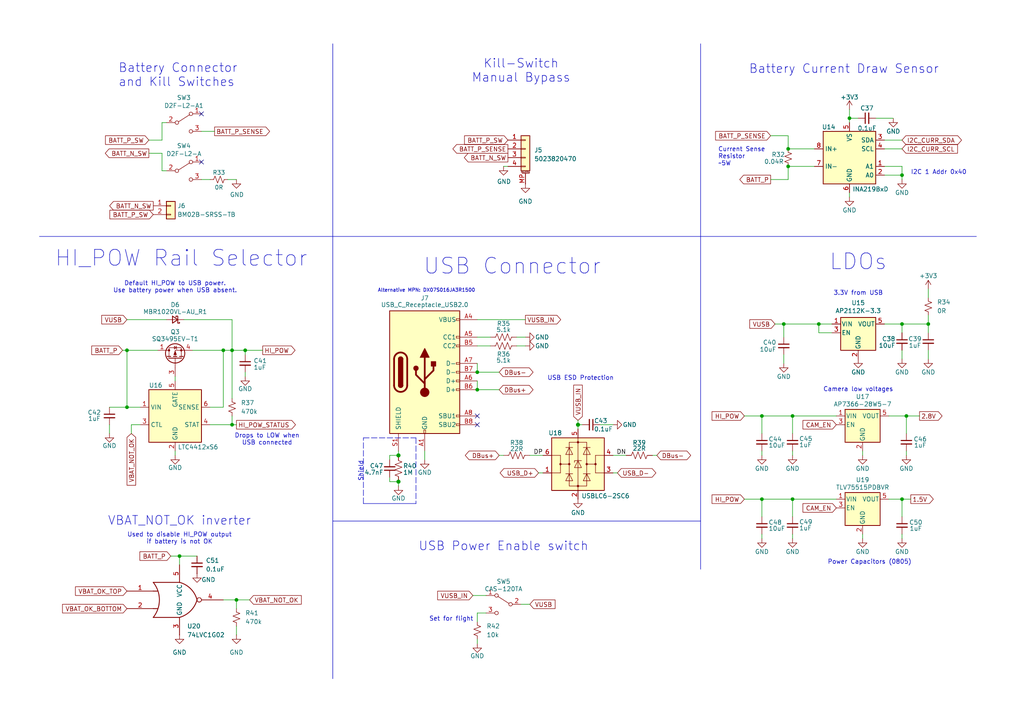
<source format=kicad_sch>
(kicad_sch (version 20231120) (generator "eeschema") (generator_version "8.0")
  (paper "A4")
  (title_block (title "ChipSat") (date "2024-04-16") (rev "1") (company "RExLab Carnegie Mellon University") (comment 1 "Z.Manchester") (comment 2 "N.Khera") (comment 3 "M.Holliday") (comment 4 "K.Kanavouras"))
  (lib_symbols
    (symbol "74xGxx:74LVC1G02"
      (property "Reference" "U" (at -5.08 7.62 0))
      (property "Value" "74LVC1G02" (at 7.62 -7.62 0))
      (symbol "74LVC1G02_1_1"
        (pin input line (at -15.24 2.54 0) (length 7.62) (name "~") (number "1"))
        (pin input line (at -15.24 -2.54 0) (length 7.62) (name "~") (number "2"))
        (pin power_in line (at 0 -10.16 90) (length 5.08) (name "GND") (number "3"))
        (pin output inverted (at 12.7 0 180) (length 7.62) (name "~") (number "4"))
        (pin power_in line (at 0 10.16 270) (length 5.08) (name "VCC") (number "5"))
      )
    )
    (symbol "Connector:USB_C_Receptacle_USB2.0" (pin_names (offset 1.016))
      (property "Reference" "J" (at -10.16 19.05 0))
      (property "Value" "USB_C_Receptacle_USB2.0" (at 19.05 19.05 0))
      (symbol "USB_C_Receptacle_USB2.0_1_1"
        (pin passive line (at 0 -22.86 90) (length 5.08) (name "GND") (number "A1"))
        (pin passive line (at 0 -22.86 90) (length 5.08) hide (name "GND") (number "A12"))
        (pin passive line (at 15.24 15.24 180) (length 5.08) (name "VBUS") (number "A4"))
        (pin bidirectional line (at 15.24 10.16 180) (length 5.08) (name "CC1") (number "A5"))
        (pin bidirectional line (at 15.24 -2.54 180) (length 5.08) (name "D+") (number "A6"))
        (pin bidirectional line (at 15.24 2.54 180) (length 5.08) (name "D-") (number "A7"))
        (pin bidirectional line (at 15.24 -12.7 180) (length 5.08) (name "SBU1") (number "A8"))
        (pin passive line (at 15.24 15.24 180) (length 5.08) hide (name "VBUS") (number "A9"))
        (pin passive line (at 0 -22.86 90) (length 5.08) hide (name "GND") (number "B1"))
        (pin passive line (at 0 -22.86 90) (length 5.08) hide (name "GND") (number "B12"))
        (pin passive line (at 15.24 15.24 180) (length 5.08) hide (name "VBUS") (number "B4"))
        (pin bidirectional line (at 15.24 7.62 180) (length 5.08) (name "CC2") (number "B5"))
        (pin bidirectional line (at 15.24 -5.08 180) (length 5.08) (name "D+") (number "B6"))
        (pin bidirectional line (at 15.24 0 180) (length 5.08) (name "D-") (number "B7"))
        (pin bidirectional line (at 15.24 -15.24 180) (length 5.08) (name "SBU2") (number "B8"))
        (pin passive line (at 15.24 15.24 180) (length 5.08) hide (name "VBUS") (number "B9"))
        (pin passive line (at -7.62 -22.86 90) (length 5.08) (name "SHIELD") (number "S1"))
      )
    )
    (symbol "Connector_Generic:Conn_01x02" (pin_names (offset 1.016) hide)
      (property "Reference" "J" (at 0 2.54 0))
      (property "Value" "Conn_01x02" (at 0 -5.08 0))
      (symbol "Conn_01x02_1_1"
        (pin passive line (at -5.08 0 0) (length 3.81) (name "Pin_1") (number "1"))
        (pin passive line (at -5.08 -2.54 0) (length 3.81) (name "Pin_2") (number "2"))
      )
    )
    (symbol "Connector_Generic_MountingPin:Conn_01x04_MountingPin" (pin_names (offset 1.016) hide)
      (property "Reference" "J" (at 0 5.08 0))
      (property "Value" "Conn_01x04_MountingPin" (at 1.27 -7.62 0))
      (symbol "Conn_01x04_MountingPin_1_1"
        (text "Mounting" (at 0 -6.731 0) (effects (font (size 0.381 0.381))))
        (pin passive line (at -5.08 2.54 0) (length 3.81) (name "Pin_1") (number "1"))
        (pin passive line (at -5.08 0 0) (length 3.81) (name "Pin_2") (number "2"))
        (pin passive line (at -5.08 -2.54 0) (length 3.81) (name "Pin_3") (number "3"))
        (pin passive line (at -5.08 -5.08 0) (length 3.81) (name "Pin_4") (number "4"))
        (pin passive line (at 0 -10.16 90) (length 3.048) (name "MountPin") (number "MP"))
      )
    )
    (symbol "Device:C_Small" (pin_numbers hide) (pin_names (offset 0.254) hide)
      (property "Reference" "C" (at 0.254 1.778 0))
      (property "Value" "C_Small" (at 0.254 -2.032 0))
      (symbol "C_Small_1_1"
        (pin passive line (at 0 2.54 270) (length 2.032) (name "~") (number "1"))
        (pin passive line (at 0 -2.54 90) (length 2.032) (name "~") (number "2"))
      )
    )
    (symbol "Device:D_Schottky_Small" (pin_numbers hide) (pin_names (offset 0.254) hide)
      (property "Reference" "D" (at -1.27 2.032 0))
      (property "Value" "D_Schottky_Small" (at -7.112 -2.032 0))
      (symbol "D_Schottky_Small_1_1"
        (pin passive line (at -2.54 0 0) (length 1.778) (name "K") (number "1"))
        (pin passive line (at 2.54 0 180) (length 1.778) (name "A") (number "2"))
      )
    )
    (symbol "Device:R_Small_US" (pin_numbers hide) (pin_names (offset 0.254) hide)
      (property "Reference" "R" (at 0.762 0.508 0))
      (property "Value" "R_Small_US" (at 0.762 -1.016 0))
      (symbol "R_Small_US_1_1"
        (pin passive line (at 0 2.54 270) (length 1.016) (name "~") (number "1"))
        (pin passive line (at 0 -2.54 90) (length 1.016) (name "~") (number "2"))
      )
    )
    (symbol "Device:R_US" (pin_numbers hide) (pin_names (offset 0))
      (property "Reference" "R" (at 2.54 0 90))
      (property "Value" "R_US" (at -2.54 0 90))
      (symbol "R_US_1_1"
        (pin passive line (at 0 3.81 270) (length 1.27) (name "~") (number "1"))
        (pin passive line (at 0 -3.81 90) (length 1.27) (name "~") (number "2"))
      )
    )
    (symbol "GND_1" (power) (pin_names (offset 0))
      (property "Value" "GND_1" (at 0 -3.81 0))
      (symbol "GND_1_1_1"
        (pin power_in line (at 0 0 270) (length 0) hide (name "GND") (number "1"))
      )
    )
    (symbol "GND_2" (power) (pin_numbers hide) (pin_names (offset 0) hide)
      (property "Value" "GND" (at 0 -3.81 0))
      (symbol "GND_2_1_1"
        (pin power_in line (at 0 0 270) (length 0) (name "~") (number "1"))
      )
    )
    (symbol "GND_3" (power) (pin_numbers hide) (pin_names (offset 0) hide)
      (property "Value" "GND" (at 0 -3.81 0))
      (symbol "GND_3_1_1"
        (pin power_in line (at 0 0 270) (length 0) (name "~") (number "1"))
      )
    )
    (symbol "Power_Management:LTC4412xS6"
      (property "Reference" "U" (at -6.35 8.89 0))
      (property "Value" "LTC4412xS6" (at 6.35 8.89 0))
      (symbol "LTC4412xS6_1_1"
        (pin power_in line (at -10.16 2.54 0) (length 2.54) (name "VIN") (number "1"))
        (pin power_in line (at 0 -10.16 90) (length 2.54) (name "GND") (number "2"))
        (pin input line (at -10.16 -2.54 0) (length 2.54) (name "CTL") (number "3"))
        (pin open_collector line (at 10.16 -2.54 180) (length 2.54) (name "STAT") (number "4"))
        (pin output line (at 0 10.16 270) (length 2.54) (name "GATE") (number "5"))
        (pin input line (at 10.16 2.54 180) (length 2.54) (name "SENSE") (number "6"))
      )
    )
    (symbol "Power_Protection:USBLC6-2SC6" (pin_names hide)
      (property "Reference" "U" (at 2.54 8.89 0))
      (property "Value" "USBLC6-2SC6" (at 2.54 -8.89 0))
      (symbol "USBLC6-2SC6_1_1"
        (pin passive line (at -10.16 -2.54 0) (length 2.54) (name "I/O1") (number "1"))
        (pin passive line (at 0 -10.16 90) (length 2.54) (name "GND") (number "2"))
        (pin passive line (at 10.16 -2.54 180) (length 2.54) (name "I/O2") (number "3"))
        (pin passive line (at 10.16 2.54 180) (length 2.54) (name "I/O2") (number "4"))
        (pin passive line (at 0 10.16 270) (length 2.54) (name "VBUS") (number "5"))
        (pin passive line (at -10.16 2.54 0) (length 2.54) (name "I/O1") (number "6"))
      )
    )
    (symbol "Regulator_Linear:AP2112K-3.3" (pin_names (offset 0.254))
      (property "Reference" "U" (at -5.08 5.715 0))
      (property "Value" "AP2112K-3.3" (at 0 5.715 0))
      (symbol "AP2112K-3.3_1_1"
        (pin power_in line (at -7.62 2.54 0) (length 2.54) (name "VIN") (number "1"))
        (pin power_in line (at 0 -7.62 90) (length 2.54) (name "GND") (number "2"))
        (pin input line (at -7.62 0 0) (length 2.54) (name "EN") (number "3"))
        (pin no_connect line (at 5.08 0 180) (length 2.54) hide (name "NC") (number "4"))
        (pin power_out line (at 7.62 2.54 180) (length 2.54) (name "VOUT") (number "5"))
      )
    )
    (symbol "Regulator_Linear:AP2127K-2.8" (pin_names (offset 0.254))
      (property "Reference" "U" (at -5.08 5.715 0))
      (property "Value" "AP2127K-2.8" (at 0 5.715 0))
      (symbol "AP2127K-2.8_1_1"
        (pin power_in line (at -7.62 2.54 0) (length 2.54) (name "VIN") (number "1"))
        (pin power_in line (at 0 -7.62 90) (length 2.54) (name "GND") (number "2"))
        (pin input line (at -7.62 0 0) (length 2.54) (name "EN") (number "3"))
        (pin no_connect line (at 5.08 0 180) (length 2.54) hide (name "NC") (number "4"))
        (pin power_out line (at 7.62 2.54 180) (length 2.54) (name "VOUT") (number "5"))
      )
    )
    (symbol "Sensor_Energy:INA219BxD"
      (property "Reference" "U" (at -6.35 8.89 0))
      (property "Value" "INA219BxD" (at 5.08 8.89 0))
      (symbol "INA219BxD_1_1"
        (pin input line (at 10.16 -2.54 180) (length 2.54) (name "A1") (number "1"))
        (pin input line (at 10.16 -5.08 180) (length 2.54) (name "A0") (number "2"))
        (pin bidirectional line (at 10.16 5.08 180) (length 2.54) (name "SDA") (number "3"))
        (pin input line (at 10.16 2.54 180) (length 2.54) (name "SCL") (number "4"))
        (pin power_in line (at 0 10.16 270) (length 2.54) (name "VS") (number "5"))
        (pin power_in line (at 0 -10.16 90) (length 2.54) (name "GND") (number "6"))
        (pin input line (at -10.16 -2.54 0) (length 2.54) (name "IN-") (number "7"))
        (pin input line (at -10.16 2.54 0) (length 2.54) (name "IN+") (number "8"))
      )
    )
    (symbol "Switch:SW_SPDT" (pin_names (offset 0) hide)
      (property "Reference" "SW" (at 0 4.318 0))
      (property "Value" "SW_SPDT" (at 0 -5.08 0))
      (symbol "SW_SPDT_1_1"
        (pin passive line (at 5.08 2.54 180) (length 2.54) (name "A") (number "1"))
        (pin passive line (at -5.08 0 0) (length 2.54) (name "B") (number "2"))
        (pin passive line (at 5.08 -2.54 180) (length 2.54) (name "C") (number "3"))
      )
    )
    (symbol "cameraboard:SQ3495EV-T1" (pin_names hide)
      (property "Reference" "Q?" (at 6.35 0 90))
      (property "Value" "SQ3495EV-T1" (at 8.89 0 90))
      (symbol "SQ3495EV-T1_1_1"
        (pin passive line (at 2.54 5.08 270) (length 2.54) (name "D") (number "1"))
        (pin passive line (at 2.54 5.08 270) (length 2.54) hide (name "D") (number "2"))
        (pin input line (at -5.08 0 0) (length 2.54) (name "G") (number "3"))
        (pin passive line (at 2.54 -5.08 90) (length 2.54) (name "S") (number "4"))
        (pin passive line (at 2.54 5.08 270) (length 2.54) hide (name "D") (number "5"))
        (pin passive line (at 2.54 5.08 270) (length 2.54) hide (name "D") (number "6"))
      )
    )
    (symbol "power:+3V3" (power) (pin_names (offset 0))
      (property "Value" "+3V3" (at 0 3.556 0))
      (symbol "+3V3_1_1"
        (pin power_in line (at 0 0 90) (length 0) hide (name "+3V3") (number "1"))
      )
    )
    (symbol "power:GND" (power) (pin_names (offset 0))
      (property "Value" "GND" (at 0 -3.81 0))
      (symbol "GND_1_1"
        (pin power_in line (at 0 0 270) (length 0) hide (name "GND") (number "1"))
      )
    )
  )
  (junction (at 138.43 113.03))
  (junction (at 246.38 34.29))
  (junction (at 115.57 132.08) (diameter 1.016))
  (junction (at 262.89 120.65))
  (junction (at 261.62 50.8))
  (junction (at 167.64 123.19) (diameter 1.016))
  (junction (at 220.98 144.78))
  (junction (at 36.83 101.6))
  (junction (at 36.83 118.11))
  (junction (at 229.87 144.78))
  (junction (at 115.57 139.7) (diameter 1.016))
  (junction (at 228.6 48.26))
  (junction (at 71.12 101.6))
  (junction (at 261.62 93.98))
  (junction (at 68.58 173.99))
  (junction (at 220.98 120.65))
  (junction (at 138.43 107.95))
  (junction (at 229.87 120.65))
  (junction (at 237.49 93.98))
  (junction (at 228.6 43.18))
  (junction (at 67.31 123.19))
  (junction (at 261.62 144.78))
  (junction (at 67.31 101.6))
  (junction (at 269.24 93.98))
  (junction (at 227.33 93.98))
  (junction (at 64.77 101.6))
  (junction (at 52.07 161.29))
  (no_connect (at 138.43 120.65))
  (no_connect (at 58.42 46.99))
  (no_connect (at 138.43 123.19))
  (no_connect (at 58.42 33.02))
  (wire (pts (xy 138.43 110.49) (xy 138.43 113.03)))
  (wire (pts (xy 228.6 52.07) (xy 228.6 48.26)))
  (wire (pts (xy 138.43 177.8) (xy 140.97 177.8)))
  (wire (pts (xy 58.42 52.07) (xy 60.96 52.07)))
  (wire (pts (xy 113.03 139.7) (xy 115.57 139.7)))
  (wire (pts (xy 43.18 40.64) (xy 46.99 40.64)))
  (wire (pts (xy 261.62 96.52) (xy 261.62 93.98)))
  (wire (pts (xy 215.9 120.65) (xy 220.98 120.65)))
  (wire (pts (xy 71.12 102.87) (xy 71.12 101.6)))
  (wire (pts (xy 53.34 92.71) (xy 67.31 92.71)))
  (wire (pts (xy 50.8 132.08) (xy 50.8 130.81)))
  (wire (pts (xy 71.12 109.22) (xy 71.12 107.95)))
  (wire (pts (xy 72.39 173.99) (xy 68.58 173.99)))
  (wire (pts (xy 71.12 101.6) (xy 76.2 101.6)))
  (wire (pts (xy 138.43 185.42) (xy 138.43 186.69)))
  (wire (pts (xy 261.62 144.78) (xy 261.62 149.86)))
  (wire (pts (xy 223.52 52.07) (xy 228.6 52.07)))
  (wire (pts (xy 36.83 101.6) (xy 45.72 101.6)))
  (wire (pts (xy 269.24 93.98) (xy 261.62 93.98)))
  (wire (pts (xy 31.75 123.19) (xy 31.75 125.73)))
  (wire (pts (xy 113.03 132.08) (xy 113.03 133.35)))
  (wire (pts (xy 64.77 118.11) (xy 60.96 118.11)))
  (wire (pts (xy 220.98 120.65) (xy 229.87 120.65)))
  (wire (pts (xy 257.81 144.78) (xy 261.62 144.78)))
  (wire (pts (xy 138.43 92.71) (xy 152.4 92.71)))
  (wire (pts (xy 241.3 93.98) (xy 237.49 93.98)))
  (polyline (pts (xy 96.52 12.7) (xy 96.52 196.85)))
  (wire (pts (xy 67.31 120.65) (xy 67.31 123.19)))
  (wire (pts (xy 269.24 96.52) (xy 269.24 93.98)))
  (wire (pts (xy 261.62 43.18) (xy 256.54 43.18)))
  (wire (pts (xy 64.77 101.6) (xy 67.31 101.6)))
  (wire (pts (xy 269.24 101.6) (xy 269.24 104.14)))
  (wire (pts (xy 246.38 31.75) (xy 246.38 34.29)))
  (wire (pts (xy 113.03 138.43) (xy 113.03 139.7)))
  (wire (pts (xy 68.58 173.99) (xy 64.77 173.99)))
  (wire (pts (xy 224.79 93.98) (xy 227.33 93.98)))
  (wire (pts (xy 146.05 48.26) (xy 147.32 48.26)))
  (wire (pts (xy 151.13 175.26) (xy 153.67 175.26)))
  (wire (pts (xy 262.89 120.65) (xy 262.89 125.73)))
  (wire (pts (xy 177.8 137.16) (xy 179.07 137.16)))
  (wire (pts (xy 68.58 176.53) (xy 68.58 173.99)))
  (wire (pts (xy 261.62 93.98) (xy 256.54 93.98)))
  (wire (pts (xy 115.57 130.81) (xy 115.57 132.08)))
  (wire (pts (xy 64.77 101.6) (xy 64.77 118.11)))
  (wire (pts (xy 46.99 44.45) (xy 46.99 49.53)))
  (wire (pts (xy 67.31 101.6) (xy 67.31 115.57)))
  (wire (pts (xy 237.49 93.98) (xy 227.33 93.98)))
  (wire (pts (xy 157.48 132.08) (xy 153.67 132.08)))
  (polyline (pts (xy 105.41 146.05) (xy 105.41 127)) (stroke (width 0) (type dash)))
  (wire (pts (xy 250.19 154.94) (xy 250.19 156.21)))
  (wire (pts (xy 237.49 96.52) (xy 237.49 93.98)))
  (wire (pts (xy 36.83 118.11) (xy 40.64 118.11)))
  (wire (pts (xy 261.62 48.26) (xy 256.54 48.26)))
  (wire (pts (xy 67.31 101.6) (xy 71.12 101.6)))
  (wire (pts (xy 49.53 161.29) (xy 52.07 161.29)))
  (wire (pts (xy 229.87 154.94) (xy 229.87 156.21)))
  (wire (pts (xy 261.62 50.8) (xy 261.62 48.26)))
  (wire (pts (xy 152.4 100.33) (xy 149.86 100.33)))
  (wire (pts (xy 228.6 48.26) (xy 236.22 48.26)))
  (wire (pts (xy 43.18 44.45) (xy 46.99 44.45)))
  (wire (pts (xy 215.9 144.78) (xy 220.98 144.78)))
  (wire (pts (xy 38.1 125.73) (xy 38.1 123.19)))
  (wire (pts (xy 220.98 154.94) (xy 220.98 156.21)))
  (wire (pts (xy 123.19 130.81) (xy 123.19 133.35)))
  (wire (pts (xy 115.57 139.7) (xy 115.57 140.97)))
  (wire (pts (xy 138.43 107.95) (xy 144.78 107.95)))
  (wire (pts (xy 173.99 123.19) (xy 177.8 123.19)))
  (wire (pts (xy 36.83 101.6) (xy 36.83 118.11)))
  (wire (pts (xy 137.16 172.72) (xy 140.97 172.72)))
  (wire (pts (xy 36.83 92.71) (xy 48.26 92.71)))
  (wire (pts (xy 269.24 83.82) (xy 269.24 86.36)))
  (wire (pts (xy 35.56 101.6) (xy 36.83 101.6)))
  (wire (pts (xy 138.43 113.03) (xy 144.78 113.03)))
  (wire (pts (xy 38.1 123.19) (xy 40.64 123.19)))
  (wire (pts (xy 223.52 39.37) (xy 228.6 39.37)))
  (wire (pts (xy 146.05 132.08) (xy 144.78 132.08)))
  (wire (pts (xy 66.04 52.07) (xy 68.58 52.07)))
  (wire (pts (xy 246.38 57.15) (xy 246.38 55.88)))
  (polyline (pts (xy 105.41 146.05) (xy 120.65 146.05)))
  (wire (pts (xy 229.87 130.81) (xy 229.87 132.08)))
  (wire (pts (xy 138.43 177.8) (xy 138.43 180.34)))
  (wire (pts (xy 256.54 50.8) (xy 261.62 50.8)))
  (wire (pts (xy 142.24 97.79) (xy 138.43 97.79)))
  (wire (pts (xy 46.99 40.64) (xy 46.99 35.56)))
  (wire (pts (xy 229.87 144.78) (xy 229.87 149.86)))
  (wire (pts (xy 46.99 35.56) (xy 48.26 35.56)))
  (wire (pts (xy 167.64 121.92) (xy 167.64 123.19)))
  (wire (pts (xy 138.43 105.41) (xy 138.43 107.95)))
  (polyline (pts (xy 105.41 127) (xy 120.65 127)) (stroke (width 0) (type dash)))
  (wire (pts (xy 31.75 118.11) (xy 36.83 118.11)))
  (wire (pts (xy 55.88 101.6) (xy 64.77 101.6)))
  (polyline (pts (xy 203.2 12.7) (xy 203.2 165.1)))
  (wire (pts (xy 264.16 144.78) (xy 261.62 144.78)))
  (wire (pts (xy 229.87 120.65) (xy 242.57 120.65)))
  (wire (pts (xy 60.96 123.19) (xy 67.31 123.19)))
  (polyline (pts (xy 96.52 151.13) (xy 203.2 151.13)))
  (wire (pts (xy 257.81 120.65) (xy 262.89 120.65)))
  (wire (pts (xy 246.38 34.29) (xy 248.92 34.29)))
  (wire (pts (xy 261.62 40.64) (xy 256.54 40.64)))
  (wire (pts (xy 220.98 130.81) (xy 220.98 132.08)))
  (wire (pts (xy 228.6 43.18) (xy 236.22 43.18)))
  (wire (pts (xy 227.33 93.98) (xy 227.33 97.79)))
  (wire (pts (xy 152.4 97.79) (xy 149.86 97.79)))
  (wire (pts (xy 262.89 130.81) (xy 262.89 132.08)))
  (wire (pts (xy 229.87 125.73) (xy 229.87 120.65)))
  (wire (pts (xy 246.38 34.29) (xy 246.38 35.56)))
  (wire (pts (xy 67.31 123.19) (xy 68.58 123.19)))
  (wire (pts (xy 269.24 91.44) (xy 269.24 93.98)))
  (wire (pts (xy 220.98 120.65) (xy 220.98 125.73)))
  (polyline (pts (xy 11.43 68.58) (xy 283.21 68.58)))
  (wire (pts (xy 220.98 144.78) (xy 220.98 149.86)))
  (wire (pts (xy 220.98 144.78) (xy 229.87 144.78)))
  (wire (pts (xy 266.7 120.65) (xy 262.89 120.65)))
  (wire (pts (xy 227.33 105.41) (xy 227.33 102.87)))
  (wire (pts (xy 167.64 124.46) (xy 167.64 123.19)))
  (wire (pts (xy 156.21 137.16) (xy 157.48 137.16)))
  (wire (pts (xy 62.23 38.1) (xy 58.42 38.1)))
  (wire (pts (xy 261.62 52.07) (xy 261.62 50.8)))
  (wire (pts (xy 142.24 100.33) (xy 138.43 100.33)))
  (wire (pts (xy 229.87 144.78) (xy 242.57 144.78)))
  (wire (pts (xy 237.49 96.52) (xy 241.3 96.52)))
  (wire (pts (xy 168.91 123.19) (xy 167.64 123.19)))
  (wire (pts (xy 67.31 92.71) (xy 67.31 101.6)))
  (wire (pts (xy 52.07 161.29) (xy 57.15 161.29)))
  (polyline (pts (xy 120.65 127) (xy 120.65 146.05)) (stroke (width 0) (type dash)))
  (wire (pts (xy 261.62 154.94) (xy 261.62 156.21)))
  (wire (pts (xy 52.07 161.29) (xy 52.07 163.83)))
  (wire (pts (xy 250.19 130.81) (xy 250.19 132.08)))
  (wire (pts (xy 228.6 39.37) (xy 228.6 43.18)))
  (wire (pts (xy 254 34.29) (xy 259.08 34.29)))
  (wire (pts (xy 50.8 109.22) (xy 50.8 110.49)))
  (wire (pts (xy 190.5 132.08) (xy 189.23 132.08)))
  (wire (pts (xy 115.57 132.08) (xy 113.03 132.08)))
  (wire (pts (xy 68.58 184.15) (xy 68.58 181.61)))
  (wire (pts (xy 261.62 104.14) (xy 261.62 101.6)))
  (wire (pts (xy 181.61 132.08) (xy 177.8 132.08)))
  (wire (pts (xy 46.99 49.53) (xy 48.26 49.53)))
  (text "I2C 1 Addr 0x40" (at 264.16 50.8 0) (effects (font (size 1.27 1.27)) (justify left bottom)))
  (text "Drops to LOW when\nUSB connected" (at 77.47 125.73 0) (effects (font (size 1.27 1.27)) (justify top)))
  (text "Camera low voltages" (at 248.92 113.03 0) (effects (font (size 1.27 1.27))))
  (text "3.3V from USB" (at 248.92 85.09 0) (effects (font (size 1.27 1.27))))
  (text "Used to disable HI_POW output\nif battery is not OK" (at 52.07 156.21 0) (effects (font (size 1.27 1.27))))
  (text "USB Connector" (at 148.59 80.01 0) (effects (font (size 4.572 4.572)) (justify bottom)))
  (text "Battery Connector\nand Kill Switches" (at 34.29 25.4 0) (effects (font (size 2.54 2.54)) (justify left bottom)))
  (text "Kill-Switch\nManual Bypass" (at 151.13 24.13 0) (effects (font (size 2.54 2.54)) (justify bottom)))
  (text "Default HI_POW to USB power.\nUse battery power when USB absent." (at 50.8 85.09 0) (effects (font (size 1.27 1.27)) (justify bottom)))
  (text "HI_POW Rail Selector" (at 52.578 77.724 0) (effects (font (size 4.572 4.572)) (justify bottom)))
  (text "Set for flight" (at 124.46 180.34 0) (effects (font (size 1.27 1.27)) (justify left bottom)))
  (text "USB Power Enable switch" (at 146.05 160.02 0) (effects (font (size 2.54 2.54)) (justify bottom)))
  (text "Alternative MPN: DX07S016JA3R1500" (at 123.698 84.328 0) (effects (font (size 1 1))))
  (text "Battery Current Draw Sensor" (at 217.17 21.59 0) (effects (font (size 2.54 2.54)) (justify left bottom)))
  (text "USB ESD Protection" (at 158.75 110.49 0) (effects (font (size 1.27 1.27)) (justify left bottom)))
  (text "VBAT_NOT_OK inverter" (at 52.07 151.13 0) (effects (font (size 2.54 2.54))))
  (text "Power Capacitors (0805)" (at 240.03 163.83 0) (effects (font (size 1.27 1.27)) (justify left bottom)))
  (text "Shield" (at 105.41 139.7 90) (effects (font (size 1.27 1.27)) (justify left bottom)))
  (text "Current Sense\nResistor\n~5W" (at 208.28 48.26 0) (effects (font (size 1.27 1.27)) (justify left bottom)))
  (text "LDOs" (at 248.92 78.74 0) (effects (font (size 4.572 4.572)) (justify bottom)))
  (label "DP" (at 157.48 132.08 180))
  (label "DN" (at 181.61 132.08 180))
  (global_label "BATT_N_SW" (shape output) (at 44.45 59.69 180) (property "Intersheetrefs" "${INTERSHEET_REFS}" (effects (hide yes))))
  (global_label "BATT_N_SW" (shape output) (at 43.18 44.45 180) (property "Intersheetrefs" "${INTERSHEET_REFS}" (effects (hide yes))))
  (global_label "1.5V" (shape output) (at 264.16 144.78 0) (property "Intersheetrefs" "${INTERSHEET_REFS}" (effects (hide yes))))
  (global_label "BATT_N_SW" (shape output) (at 147.32 45.72 180) (property "Intersheetrefs" "${INTERSHEET_REFS}" (effects (hide yes))))
  (global_label "HI_POW" (shape input) (at 215.9 120.65 180) (property "Intersheetrefs" "${INTERSHEET_REFS}" (effects (hide yes))))
  (global_label "VBAT_OK_TOP" (shape input) (at 36.83 171.45 180) (property "Intersheetrefs" "${INTERSHEET_REFS}" (effects (hide yes))))
  (global_label "BATT_P" (shape output) (at 223.52 52.07 180) (property "Intersheetrefs" "${INTERSHEET_REFS}" (effects (hide yes))))
  (global_label "USB_D-" (shape bidirectional) (at 179.07 137.16 0) (property "Intersheetrefs" "${INTERSHEET_REFS}" (effects (hide yes))))
  (global_label "CAM_EN" (shape input) (at 242.57 147.32 180) (property "Intersheetrefs" "${INTERSHEET_REFS}" (effects (hide yes))))
  (global_label "DBus+" (shape bidirectional) (at 144.78 132.08 180) (property "Intersheetrefs" "${INTERSHEET_REFS}" (effects (hide yes))))
  (global_label "BATT_P" (shape input) (at 49.53 161.29 180) (property "Intersheetrefs" "${INTERSHEET_REFS}" (effects (hide yes))))
  (global_label "VUSB" (shape input) (at 36.83 92.71 180) (property "Intersheetrefs" "${INTERSHEET_REFS}" (effects (hide yes))))
  (global_label "BATT_P_SENSE" (shape output) (at 147.32 43.18 180) (property "Intersheetrefs" "${INTERSHEET_REFS}" (effects (hide yes))))
  (global_label "DBus-" (shape bidirectional) (at 144.78 107.95 0) (property "Intersheetrefs" "${INTERSHEET_REFS}" (effects (hide yes))))
  (global_label "VBAT_OK_BOTTOM" (shape input) (at 36.83 176.53 180) (property "Intersheetrefs" "${INTERSHEET_REFS}" (effects (hide yes))))
  (global_label "HI_POW_STATUS" (shape output) (at 68.58 123.19 0) (property "Intersheetrefs" "${INTERSHEET_REFS}" (effects (hide yes))))
  (global_label "DBus+" (shape bidirectional) (at 144.78 113.03 0) (property "Intersheetrefs" "${INTERSHEET_REFS}" (effects (hide yes))))
  (global_label "VUSB_IN" (shape input) (at 167.64 121.92 90) (property "Intersheetrefs" "${INTERSHEET_REFS}" (effects (hide yes))))
  (global_label "I2C_CURR_SDA" (shape bidirectional) (at 261.62 40.64 0) (property "Intersheetrefs" "${INTERSHEET_REFS}" (effects (hide yes))))
  (global_label "VUSB" (shape input) (at 224.79 93.98 180) (property "Intersheetrefs" "${INTERSHEET_REFS}" (effects (hide yes))))
  (global_label "USB_D+" (shape bidirectional) (at 156.21 137.16 180) (property "Intersheetrefs" "${INTERSHEET_REFS}" (effects (hide yes))))
  (global_label "I2C_CURR_SCL" (shape input) (at 261.62 43.18 0) (property "Intersheetrefs" "${INTERSHEET_REFS}" (effects (hide yes))))
  (global_label "VUSB_IN" (shape output) (at 152.4 92.71 0) (property "Intersheetrefs" "${INTERSHEET_REFS}" (effects (hide yes))))
  (global_label "VBAT_NOT_OK" (shape input) (at 38.1 125.73 270) (property "Intersheetrefs" "${INTERSHEET_REFS}" (effects (hide yes))))
  (global_label "CAM_EN" (shape input) (at 242.57 123.19 180) (property "Intersheetrefs" "${INTERSHEET_REFS}" (effects (hide yes))))
  (global_label "VUSB_IN" (shape input) (at 137.16 172.72 180) (property "Intersheetrefs" "${INTERSHEET_REFS}" (effects (hide yes))))
  (global_label "BATT_P" (shape input) (at 35.56 101.6 180) (property "Intersheetrefs" "${INTERSHEET_REFS}" (effects (hide yes))))
  (global_label "HI_POW" (shape input) (at 215.9 144.78 180) (property "Intersheetrefs" "${INTERSHEET_REFS}" (effects (hide yes))))
  (global_label "BATT_P_SENSE" (shape input) (at 223.52 39.37 180) (property "Intersheetrefs" "${INTERSHEET_REFS}" (effects (hide yes))))
  (global_label "BATT_P_SW" (shape input) (at 43.18 40.64 180) (property "Intersheetrefs" "${INTERSHEET_REFS}" (effects (hide yes))))
  (global_label "BATT_P_SW" (shape input) (at 44.45 62.23 180) (property "Intersheetrefs" "${INTERSHEET_REFS}" (effects (hide yes))))
  (global_label "HI_POW" (shape output) (at 76.2 101.6 0) (property "Intersheetrefs" "${INTERSHEET_REFS}" (effects (hide yes))))
  (global_label "2.8V" (shape output) (at 266.7 120.65 0) (property "Intersheetrefs" "${INTERSHEET_REFS}" (effects (hide yes))))
  (global_label "VUSB" (shape input) (at 153.67 175.26 0) (property "Intersheetrefs" "${INTERSHEET_REFS}" (effects (hide yes))))
  (global_label "DBus-" (shape bidirectional) (at 190.5 132.08 0) (property "Intersheetrefs" "${INTERSHEET_REFS}" (effects (hide yes))))
  (global_label "BATT_P_SW" (shape input) (at 147.32 40.64 180) (property "Intersheetrefs" "${INTERSHEET_REFS}" (effects (hide yes))))
  (global_label "BATT_P_SENSE" (shape output) (at 62.23 38.1 0) (property "Intersheetrefs" "${INTERSHEET_REFS}" (effects (hide yes))))
  (global_label "VBAT_NOT_OK" (shape input) (at 72.39 173.99 0) (property "Intersheetrefs" "${INTERSHEET_REFS}" (effects (hide yes))))
  (symbol (lib_id "cameraboard:SQ3495EV-T1") (at 50.8 104.14 90) (unit 1)
    (property "Reference" "Q3" (at 50.8 96.266 90))
    (property "Value" "SQ3495EV-T1" (at 50.8 98.298 90))
    (property "Footprint" "Package_TO_SOT_SMD:SOT-23-6" (effects (hide yes)))
    (property "Manufacturer_Part_Number" "SQ3495EV-T1_GE3" (effects (hide yes)))
  )
  (symbol (lib_id "power:GND") (at 146.05 48.26 0) (unit 1)
    (property "Reference" "#PWR078" (effects (hide yes)))
    (property "Value" "GND" (at 146.177 52.6542 0))
  )
  (symbol (lib_id "power:+3V3") (at 269.24 83.82 0) (unit 1)
    (property "Reference" "#PWR083" (effects (hide yes)))
    (property "Value" "+3V3" (at 269.24 80.01 0))
  )
  (symbol (lib_id "Sensor_Energy:INA219BxD") (at 246.38 45.72 0) (unit 1)
    (property "Reference" "U14" (at 238.379 36.83 0) (effects (justify left)))
    (property "Value" "INA219BxD" (at 247.269 54.864 0) (effects (justify left)))
    (property "Footprint" "Package_SO:SOIC-8_3.9x4.9mm_P1.27mm" (effects (hide yes)))
    (property "Datasheet" "http://www.ti.com/lit/ds/symlink/ina219.pdf" (effects (hide yes)))
    (property "Manufacturer_Part_Number" "INA219BIDR" (effects (hide yes)))
  )
  (symbol (lib_id "Regulator_Linear:AP2127K-2.8") (at 250.19 123.19 0) (unit 1)
    (property "Reference" "U17" (at 250.19 115.0452 0))
    (property "Value" "AP7366-28W5-7" (at 250.19 117.221 0))
    (property "Footprint" "Package_TO_SOT_SMD:SOT-23-5" (effects (hide yes)))
    (property "Manufacturer_Part_Number" "AP7366-28W5-7" (effects (hide yes)))
  )
  (symbol (lib_name "GND_1") (lib_id "power:GND") (at 261.62 52.07 0) (unit 1)
    (property "Reference" "#PWR080" (effects (hide yes)))
    (property "Value" "GND" (at 261.62 55.88 0))
  )
  (symbol (lib_id "Device:C_Small") (at 113.03 135.89 180) (unit 1)
    (property "Reference" "C47" (at 109.22 135.128 0))
    (property "Value" "4.7nF" (at 108.458 137.033 0))
    (property "Footprint" "Capacitor_SMD:C_0603_1608Metric" (effects (hide yes)))
    (property "Manufacturer_Part_Number" "GRM1885C1H472JA01D" (effects (hide yes)))
  )
  (symbol (lib_id "Device:C_Small") (at 171.45 123.19 270) (unit 1)
    (property "Reference" "C43" (at 174.244 122.047 90))
    (property "Value" "0.1uF" (at 175.006 124.46 90))
    (property "Footprint" "Capacitor_SMD:C_0603_1608Metric" (effects (hide yes)))
    (property "Manufacturer_Part_Number" "GCM188L81H104KA57D" (effects (hide yes)))
  )
  (symbol (lib_id "power:GND") (at 261.62 104.14 0) (unit 1)
    (property "Reference" "#PWR087" (effects (hide yes)))
    (property "Value" "GND" (at 261.62 107.95 0))
  )
  (symbol (lib_id "Device:C_Small") (at 227.33 100.33 0) (unit 1)
    (property "Reference" "C40" (at 225.171 99.314 0) (effects (justify right)))
    (property "Value" "10uF" (at 225.171 101.346 0) (effects (justify right)))
    (property "Footprint" "Capacitor_SMD:C_0805_2012Metric" (effects (hide yes)))
    (property "Manufacturer_Part_Number" "CGA4J1X7S1C106K125AE" (effects (hide yes)))
  )
  (symbol (lib_id "Device:C_Small") (at 251.46 34.29 90) (unit 1)
    (property "Reference" "C37" (at 251.46 31.369 90))
    (property "Value" "0.1uF" (at 251.46 37.211 90))
    (property "Footprint" "Capacitor_SMD:C_0603_1608Metric" (effects (hide yes)))
    (property "Manufacturer_Part_Number" "GCM188L81H104KA57D" (effects (hide yes)))
  )
  (symbol (lib_id "Device:R_Small_US") (at 63.5 52.07 90) (unit 1)
    (property "Reference" "R33" (at 63.5 50.038 90) (effects (font (size 1.2 1.2))))
    (property "Value" "0R" (at 63.5 54.356 90) (effects (font (size 1.2 1.2))))
    (property "Footprint" "Resistor_SMD:R_0603_1608Metric" (effects (hide yes)))
    (property "Manufacturer_Part_Number" "ERJ-3GEY0R00V" (effects (hide yes)))
  )
  (symbol (lib_id "power:GND") (at 261.62 156.21 0) (mirror y) (unit 1)
    (property "Reference" "#PWR0104" (effects (hide yes)))
    (property "Value" "GND" (at 261.62 160.02 0))
  )
  (symbol (lib_id "power:GND") (at 167.64 144.78 0) (unit 1)
    (property "Reference" "#PWR0100" (effects (hide yes)))
    (property "Value" "GND" (at 167.64 148.717 0))
  )
  (symbol (lib_id "Device:R_Small_US") (at 67.31 118.11 0) (unit 1)
    (property "Reference" "R37" (at 69.85 116.8399 0) (effects (justify left)))
    (property "Value" "470k" (at 69.85 119.3799 0) (effects (justify left)))
    (property "Footprint" "Resistor_SMD:R_0603_1608Metric" (effects (hide yes)))
    (property "Description" "Resistor, small US symbol" (effects (hide yes)))
    (property "Manufacturer_Part_Number" "ERJ-3GEYJ474V" (effects (hide yes)))
  )
  (symbol (lib_id "Power_Management:LTC4412xS6") (at 50.8 120.65 0) (unit 1)
    (property "Reference" "U16" (at 43.18 111.76 0) (effects (justify left)))
    (property "Value" "LTC4412xS6" (at 51.562 129.667 0) (effects (justify left)))
    (property "Footprint" "Package_TO_SOT_SMD:TSOT-23-6" (effects (hide yes)))
    (property "Datasheet" "https://www.analog.com/media/en/technical-documentation/data-sheets/4412fb.pdf" (effects (hide yes)))
    (property "Manufacturer_Part_Number" "LTC4412IS6#TRMPBF" (effects (hide yes)))
  )
  (symbol (lib_id "power:GND") (at 138.43 186.69 0) (unit 1)
    (property "Reference" "#PWR0108" (effects (hide yes)))
    (property "Value" "GND" (at 138.43 190.246 0))
  )
  (symbol (lib_id "Power_Protection:USBLC6-2SC6") (at 167.64 134.62 0) (unit 1)
    (property "Reference" "U18" (at 161.036 125.5734 0))
    (property "Value" "USBLC6-2SC6" (at 175.641 143.8425 0))
    (property "Footprint" "Package_TO_SOT_SMD:SOT-23-6" (effects (hide yes)))
    (property "Datasheet" "https://www.st.com/resource/en/datasheet/usblc6-2.pdf" (effects (hide yes)))
    (property "Manufacturer_Part_Number" "USBLC6-2SC6" (effects (hide yes)))
  )
  (symbol (lib_id "power:GND") (at 227.33 105.41 0) (unit 1)
    (property "Reference" "#PWR089" (effects (hide yes)))
    (property "Value" "GND" (at 227.33 109.22 0))
  )
  (symbol (lib_id "power:GND") (at 31.75 125.73 0) (unit 1)
    (property "Reference" "#PWR092" (effects (hide yes)))
    (property "Value" "GND" (at 31.75 129.286 0))
  )
  (symbol (lib_id "Device:R_Small_US") (at 68.58 179.07 0) (unit 1)
    (property "Reference" "R41" (at 71.12 177.7999 0) (effects (justify left)))
    (property "Value" "470k" (at 71.12 180.3399 0) (effects (justify left)))
    (property "Footprint" "Resistor_SMD:R_0603_1608Metric" (effects (hide yes)))
    (property "Description" "Resistor, small US symbol" (effects (hide yes)))
    (property "Manufacturer_Part_Number" "ERJ-3GEYJ474V" (effects (hide yes)))
  )
  (symbol (lib_id "power:GND") (at 269.24 104.14 0) (unit 1)
    (property "Reference" "#PWR088" (effects (hide yes)))
    (property "Value" "GND" (at 269.24 107.95 0))
  )
  (symbol (lib_name "GND_1") (lib_id "power:GND") (at 259.08 34.29 0) (unit 1)
    (property "Reference" "#PWR077" (effects (hide yes)))
    (property "Value" "GND" (at 259.08 38.1 0))
  )
  (symbol (lib_id "Device:C_Small") (at 262.89 128.27 0) (mirror y) (unit 1)
    (property "Reference" "C46" (at 268.859 127.381 0) (effects (justify left)))
    (property "Value" "1uF" (at 268.732 129.159 0) (effects (justify left)))
    (property "Footprint" "Capacitor_SMD:C_0603_1608Metric" (effects (hide yes)))
    (property "Manufacturer_Part_Number" "GCM188R71E105KA64D" (effects (hide yes)))
  )
  (symbol (lib_name "GND_3") (lib_id "power:GND") (at 52.07 184.15 0) (unit 1)
    (property "Reference" "#PWR0106" (effects (hide yes)))
    (property "Value" "GND" (at 52.07 189.23 0))
    (property "Description" "Power symbol creates a global label with name \"GND\" , ground" (effects (hide yes)))
  )
  (symbol (lib_id "power:GND") (at 220.98 156.21 0) (unit 1)
    (property "Reference" "#PWR0101" (effects (hide yes)))
    (property "Value" "GND" (at 220.98 160.02 0))
  )
  (symbol (lib_id "power:GND") (at 115.57 140.97 0) (unit 1)
    (property "Reference" "#PWR099" (effects (hide yes)))
    (property "Value" "GND" (at 115.57 144.526 0))
  )
  (symbol (lib_id "Device:C_Small") (at 269.24 99.06 0) (unit 1)
    (property "Reference" "C39" (at 267.335 98.298 0) (effects (justify right)))
    (property "Value" "1uF" (at 267.208 100.203 0) (effects (justify right)))
    (property "Footprint" "Capacitor_SMD:C_0805_2012Metric" (effects (hide yes)))
    (property "Manufacturer_Part_Number" "CGA4J1X8L1H105K125AE" (effects (hide yes)))
  )
  (symbol (lib_id "Switch:SW_SPDT") (at 53.34 49.53 0) (unit 1)
    (property "Reference" "SW4" (at 53.34 42.291 0))
    (property "Value" "D2F-L2-A" (at 53.34 44.6024 0))
    (property "Footprint" "solarpanels:D2F-L2-A" (effects (hide yes)))
    (property "Manufacturer_Part_Number" "D2F-L2-A" (effects (hide yes)))
  )
  (symbol (lib_id "power:GND") (at 250.19 156.21 0) (unit 1)
    (property "Reference" "#PWR0103" (effects (hide yes)))
    (property "Value" "GND" (at 250.19 160.02 0))
  )
  (symbol (lib_id "Device:C_Small") (at 261.62 99.06 0) (unit 1)
    (property "Reference" "C38" (at 259.715 98.298 0) (effects (justify right)))
    (property "Value" "10uF" (at 259.715 100.203 0) (effects (justify right)))
    (property "Footprint" "Capacitor_SMD:C_0805_2012Metric" (effects (hide yes)))
    (property "Manufacturer_Part_Number" "CGA4J1X7S1C106K125AE" (effects (hide yes)))
  )
  (symbol (lib_id "Device:C_Small") (at 229.87 128.27 0) (unit 1)
    (property "Reference" "C45" (at 231.775 127.254 0) (effects (justify left)))
    (property "Value" "1uF" (at 231.775 129.032 0) (effects (justify left)))
    (property "Footprint" "Capacitor_SMD:C_0603_1608Metric" (effects (hide yes)))
    (property "Manufacturer_Part_Number" "GCM188R71E105KA64D" (effects (hide yes)))
  )
  (symbol (lib_id "Device:C_Small") (at 71.12 105.41 0) (unit 1)
    (property "Reference" "C41" (at 73.533 104.648 0) (effects (justify left)))
    (property "Value" "1uF" (at 73.533 106.553 0) (effects (justify left)))
    (property "Footprint" "Capacitor_SMD:C_0603_1608Metric" (effects (hide yes)))
    (property "Manufacturer_Part_Number" "GCM188R71E105KA64D" (effects (hide yes)))
  )
  (symbol (lib_id "power:GND") (at 152.4 97.79 90) (unit 1)
    (property "Reference" "#PWR084" (effects (hide yes)))
    (property "Value" "GND" (at 157.226 97.79 90))
  )
  (symbol (lib_id "power:GND") (at 71.12 109.22 0) (unit 1)
    (property "Reference" "#PWR090" (effects (hide yes)))
    (property "Value" "GND" (at 71.12 112.776 0))
  )
  (symbol (lib_id "Device:C_Small") (at 57.15 163.83 0) (unit 1)
    (property "Reference" "C51" (at 59.69 162.5662 0) (effects (justify left)))
    (property "Value" "0.1uF" (at 59.69 165.1062 0) (effects (justify left)))
    (property "Footprint" "Capacitor_SMD:C_0603_1608Metric" (effects (hide yes)))
    (property "Description" "Unpolarized capacitor, small symbol" (effects (hide yes)))
    (property "Manufacturer_Part_Number" "GCM188L81H104KA57D" (effects (hide yes)))
  )
  (symbol (lib_id "Device:R_US") (at 115.57 135.89 180) (unit 1)
    (property "Reference" "R40" (at 118.872 135.128 0))
    (property "Value" "1M" (at 118.364 137.033 0))
    (property "Footprint" "Resistor_SMD:R_0603_1608Metric" (effects (hide yes)))
    (property "Manufacturer_Part_Number" "ERJ-3EKF1004V" (effects (hide yes)))
  )
  (symbol (lib_id "power:+3V3") (at 246.38 31.75 0) (mirror y) (unit 1)
    (property "Reference" "#PWR076" (effects (hide yes)))
    (property "Value" "+3V3" (at 246.38 28.194 0))
  )
  (symbol (lib_id "power:GND") (at 177.8 123.19 90) (unit 1)
    (property "Reference" "#PWR091" (effects (hide yes)))
    (property "Value" "GND" (at 182.626 123.19 90))
  )
  (symbol (lib_id "Regulator_Linear:AP2112K-3.3") (at 248.92 96.52 0) (unit 1)
    (property "Reference" "U15" (at 248.92 87.8332 0))
    (property "Value" "AP2112K-3.3" (at 248.92 90.1446 0))
    (property "Footprint" "Package_TO_SOT_SMD:SOT-23-5" (effects (hide yes)))
    (property "Datasheet" "https://www.diodes.com/assets/Datasheets/AP2112.pdf" (effects (hide yes)))
    (property "Manufacturer_Part_Number" "AP2112K-3.3TRG1" (effects (hide yes)))
  )
  (symbol (lib_id "power:GND") (at 250.19 132.08 0) (unit 1)
    (property "Reference" "#PWR096" (effects (hide yes)))
    (property "Value" "GND" (at 250.19 135.89 0))
  )
  (symbol (lib_id "Device:R_Small_US") (at 138.43 182.88 180) (unit 1)
    (property "Reference" "R42" (at 141.097 181.6099 0) (effects (justify right)))
    (property "Value" "10k" (at 141.097 184.1499 0) (effects (justify right)))
    (property "Footprint" "Resistor_SMD:R_0603_1608Metric" (effects (hide yes)))
    (property "Description" "Resistor, small US symbol" (effects (hide yes)))
    (property "Manufacturer_Part_Number" "ERJ-3EKF1002V" (effects (hide yes)))
  )
  (symbol (lib_id "power:GND") (at 229.87 132.08 0) (unit 1)
    (property "Reference" "#PWR095" (effects (hide yes)))
    (property "Value" "GND" (at 229.87 135.89 0))
  )
  (symbol (lib_id "Device:C_Small") (at 220.98 152.4 0) (unit 1)
    (property "Reference" "C48" (at 222.885 151.511 0) (effects (justify left)))
    (property "Value" "10uF" (at 222.885 153.289 0) (effects (justify left)))
    (property "Footprint" "Capacitor_SMD:C_0603_1608Metric" (effects (hide yes)))
    (property "Manufacturer_Part_Number" "GRT188R61C106ME13D" (effects (hide yes)))
  )
  (symbol (lib_id "Device:R_US") (at 185.42 132.08 270) (unit 1)
    (property "Reference" "R39" (at 185.42 128.397 90))
    (property "Value" "22R" (at 185.42 130.048 90))
    (property "Footprint" "Resistor_SMD:R_0603_1608Metric" (effects (hide yes)))
    (property "Manufacturer_Part_Number" "ERJ-3EKF22R0V" (effects (hide yes)))
  )
  (symbol (lib_id "Regulator_Linear:AP2127K-2.8") (at 250.19 147.32 0) (unit 1)
    (property "Reference" "U19" (at 250.19 139.1752 0))
    (property "Value" "TLV75515PDBVR" (at 250.19 141.351 0))
    (property "Footprint" "Package_TO_SOT_SMD:SOT-23-5" (effects (hide yes)))
    (property "Manufacturer_Part_Number" "TLV75515PDBVR" (effects (hide yes)))
  )
  (symbol (lib_id "power:GND") (at 68.58 52.07 0) (unit 1)
    (property "Reference" "#PWR079" (effects (hide yes)))
    (property "Value" "GND" (at 68.707 56.4642 0))
  )
  (symbol (lib_id "power:GND") (at 262.89 132.08 0) (mirror y) (unit 1)
    (property "Reference" "#PWR097" (effects (hide yes)))
    (property "Value" "GND" (at 262.89 135.89 0))
  )
  (symbol (lib_id "Device:D_Schottky_Small") (at 50.8 92.71 180) (unit 1)
    (property "Reference" "D6" (at 50.8 88.392 0))
    (property "Value" "MBR1020VL-AU_R1" (at 50.8 90.424 0))
    (property "Footprint" "Diode_SMD:D_SOD-123F" (effects (hide yes)))
    (property "Manufacturer_Part_Number" "MBR1020VL-AU_R1_000A1" (effects (hide yes)))
  )
  (symbol (lib_id "power:GND") (at 152.4 100.33 90) (unit 1)
    (property "Reference" "#PWR085" (effects (hide yes)))
    (property "Value" "GND" (at 157.226 100.33 90))
  )
  (symbol (lib_id "Connector:USB_C_Receptacle_USB2.0") (at 123.19 107.95 0) (unit 1)
    (property "Reference" "J7" (at 123.19 86.4702 0))
    (property "Value" "USB_C_Receptacle_USB2.0" (at 123.19 88.392 0))
    (property "Footprint" "Connector_USB:USB_C_Receptacle_HRO_TYPE-C-31-M-12" (effects (hide yes)))
    (property "Datasheet" "https://www.usb.org/sites/default/files/documents/usb_type-c.zip" (effects (hide yes)))
    (property "Manufacturer_Part_Number" "TYPE-C-31-M-12" (effects (hide yes)))
  )
  (symbol (lib_id "Device:C_Small") (at 31.75 120.65 0) (unit 1)
    (property "Reference" "C42" (at 25.4 119.634 0) (effects (justify left)))
    (property "Value" "1uF" (at 25.527 121.412 0) (effects (justify left)))
    (property "Footprint" "Capacitor_SMD:C_0603_1608Metric" (effects (hide yes)))
    (property "Manufacturer_Part_Number" "GCM188R71E105KA64D" (effects (hide yes)))
  )
  (symbol (lib_name "GND_1") (lib_id "power:GND") (at 246.38 57.15 0) (unit 1)
    (property "Reference" "#PWR082" (effects (hide yes)))
    (property "Value" "GND" (at 246.38 60.96 0))
  )
  (symbol (lib_id "Device:R_US") (at 146.05 100.33 90) (unit 1)
    (property "Reference" "R36" (at 146.05 102.743 90))
    (property "Value" "5.1k" (at 146.05 104.521 90))
    (property "Footprint" "Resistor_SMD:R_0603_1608Metric" (effects (hide yes)))
    (property "Manufacturer_Part_Number" "ERJ-3GEYJ512V" (effects (hide yes)))
  )
  (symbol (lib_id "Device:C_Small") (at 220.98 128.27 0) (unit 1)
    (property "Reference" "C44" (at 222.885 127.381 0) (effects (justify left)))
    (property "Value" "10uF" (at 222.885 129.159 0) (effects (justify left)))
    (property "Footprint" "Capacitor_SMD:C_0603_1608Metric" (effects (hide yes)))
    (property "Manufacturer_Part_Number" "GRT188R61C106ME13D" (effects (hide yes)))
  )
  (symbol (lib_id "power:GND") (at 220.98 132.08 0) (unit 1)
    (property "Reference" "#PWR094" (effects (hide yes)))
    (property "Value" "GND" (at 220.98 135.89 0))
  )
  (symbol (lib_id "Switch:SW_SPDT") (at 146.05 175.26 0) (mirror y) (unit 1)
    (property "Reference" "SW5" (at 146.05 168.656 0))
    (property "Value" "CAS-120TA" (at 146.05 170.815 0))
    (property "Footprint" "cameraboard:CAS-120TA" (effects (hide yes)))
    (property "Manufacturer_Part_Number" "CAS-120TA" (effects (hide yes)))
  )
  (symbol (lib_id "Connector_Generic:Conn_01x02") (at 49.53 59.69 0) (unit 1)
    (property "Reference" "J6" (at 51.435 59.69 0) (effects (justify left)))
    (property "Value" "BM02B-SRSS-TB" (at 51.435 62.2269 0) (effects (justify left)))
    (property "Footprint" "Connector_JST:JST_SH_BM02B-SRSS-TB_1x02-1MP_P1.00mm_Vertical" (effects (hide yes)))
    (property "Manufacturer_Part_Number" "BM02B-SRSS-TB" (effects (hide yes)))
  )
  (symbol (lib_id "power:GND") (at 50.8 132.08 0) (unit 1)
    (property "Reference" "#PWR093" (effects (hide yes)))
    (property "Value" "GND" (at 50.8 135.636 0))
  )
  (symbol (lib_id "power:GND") (at 229.87 156.21 0) (unit 1)
    (property "Reference" "#PWR0102" (effects (hide yes)))
    (property "Value" "GND" (at 229.87 160.02 0))
  )
  (symbol (lib_id "Device:R_US") (at 149.86 132.08 270) (unit 1)
    (property "Reference" "R38" (at 149.86 128.397 90))
    (property "Value" "22R" (at 149.86 130.175 90))
    (property "Footprint" "Resistor_SMD:R_0603_1608Metric" (effects (hide yes)))
    (property "Manufacturer_Part_Number" "ERJ-3EKF22R0V" (effects (hide yes)))
  )
  (symbol (lib_name "GND_3") (lib_id "power:GND") (at 57.15 166.37 0) (unit 1)
    (property "Reference" "#PWR0105" (effects (hide yes)))
    (property "Value" "GND" (at 60.452 168.148 0))
    (property "Description" "Power symbol creates a global label with name \"GND\" , ground" (effects (hide yes)))
  )
  (symbol (lib_id "Device:R_Small_US") (at 269.24 88.9 0) (unit 1)
    (property "Reference" "R34" (at 271.78 87.6299 0) (effects (justify left)))
    (property "Value" "0R" (at 271.78 90.1699 0) (effects (justify left)))
    (property "Footprint" "batteryboard:R_2512_CurrentSense" (effects (hide yes)))
    (property "Description" "Resistor, small US symbol" (effects (hide yes)))
    (property "Manufacturer_Part_Number" "ERJ-1TY0R00U" (effects (hide yes)))
  )
  (symbol (lib_id "Device:C_Small") (at 261.62 152.4 0) (mirror y) (unit 1)
    (property "Reference" "C50" (at 267.589 151.511 0) (effects (justify left)))
    (property "Value" "1uF" (at 267.462 153.289 0) (effects (justify left)))
    (property "Footprint" "Capacitor_SMD:C_0603_1608Metric" (effects (hide yes)))
    (property "Manufacturer_Part_Number" "GCM188R71E105KA64D" (effects (hide yes)))
  )
  (symbol (lib_id "power:GND") (at 248.92 104.14 0) (unit 1)
    (property "Reference" "#PWR086" (effects (hide yes)))
    (property "Value" "GND" (at 248.92 107.95 0))
  )
  (symbol (lib_name "GND_2") (lib_id "power:GND") (at 152.4 53.34 0) (unit 1)
    (property "Reference" "#PWR081" (effects (hide yes)))
    (property "Value" "GND" (at 152.4 58.42 0))
    (property "Description" "Power symbol creates a global label with name \"GND\" , ground" (effects (hide yes)))
  )
  (symbol (lib_id "Device:R_US") (at 146.05 97.79 90) (unit 1)
    (property "Reference" "R35" (at 146.05 93.853 90))
    (property "Value" "5.1k" (at 146.05 95.631 90))
    (property "Footprint" "Resistor_SMD:R_0603_1608Metric" (effects (hide yes)))
    (property "Manufacturer_Part_Number" "ERJ-3GEYJ512V" (effects (hide yes)))
  )
  (symbol (lib_id "power:GND") (at 123.19 133.35 0) (unit 1)
    (property "Reference" "#PWR098" (effects (hide yes)))
    (property "Value" "GND" (at 123.19 137.033 0))
  )
  (symbol (lib_id "Switch:SW_SPDT") (at 53.34 35.56 0) (unit 1)
    (property "Reference" "SW3" (at 53.34 28.321 0))
    (property "Value" "D2F-L2-A1" (at 53.34 30.6324 0))
    (property "Footprint" "solarpanels:D2F-L2-A1" (effects (hide yes)))
    (property "Manufacturer_Part_Number" "D2F-L2-A1" (effects (hide yes)))
  )
  (symbol (lib_id "Device:C_Small") (at 229.87 152.4 0) (unit 1)
    (property "Reference" "C49" (at 231.775 151.384 0) (effects (justify left)))
    (property "Value" "1uF" (at 231.775 153.162 0) (effects (justify left)))
    (property "Footprint" "Capacitor_SMD:C_0603_1608Metric" (effects (hide yes)))
    (property "Manufacturer_Part_Number" "GCM188R71E105KA64D" (effects (hide yes)))
  )
  (symbol (lib_id "Connector_Generic_MountingPin:Conn_01x04_MountingPin") (at 152.4 43.18 0) (unit 1)
    (property "Reference" "J5" (at 154.94 43.5355 0) (effects (justify left)))
    (property "Value" "5023820470" (at 154.94 46.0755 0) (effects (justify left)))
    (property "Footprint" "Connector_Molex:Molex_CLIK-Mate_502382-0470_1x04-1MP_P1.25mm_Vertical" (effects (hide yes)))
    (property "Description" "Generic connectable mounting pin connector, single row, 01x04, script generated (kicad-library-utils/schlib/autogen/connector/)" (effects (hide yes)))
    (property "Manufacturer_Part_Number" "5023820470" (effects (hide yes)))
  )
  (symbol (lib_id "Device:R_Small_US") (at 228.6 45.72 0) (unit 1)
    (property "Reference" "R32" (at 223.774 44.831 0) (effects (justify left)))
    (property "Value" "0.04R" (at 221.615 46.863 0) (effects (justify left)))
    (property "Footprint" "batteryboard:R_2512_CurrentSense" (effects (hide yes)))
    (property "Description" "Resistor, small US symbol" (effects (hide yes)))
    (property "Manufacturer_Part_Number" "CRA2512-FZ-R040ELF" (effects (hide yes)))
  )
  (symbol (lib_name "GND_3") (lib_id "power:GND") (at 68.58 184.15 0) (unit 1)
    (property "Reference" "#PWR0107" (effects (hide yes)))
    (property "Value" "GND" (at 68.58 189.23 0))
    (property "Description" "Power symbol creates a global label with name \"GND\" , ground" (effects (hide yes)))
  )
  (symbol (lib_id "74xGxx:74LVC1G02") (at 52.07 173.99 0) (unit 1)
    (property "Reference" "U20" (at 54.2641 181.61 0) (effects (justify left)))
    (property "Value" "74LVC1G02" (at 54.2641 184.15 0) (effects (justify left)))
    (property "Footprint" "Package_TO_SOT_SMD:Texas_R-PDSO-G5_DCK-5" (effects (hide yes)))
    (property "Datasheet" "https://www.ti.com/lit/ds/symlink/sn74lvc1g02.pdf" (effects (hide yes)))
    (property "Description" "Single NOR Gate, Low-Voltage CMOS" (effects (hide yes)))
    (property "Manufacturer_Part_Number" "SN74LVC1G02DCKR" (effects (hide yes)))
  )
)
</source>
